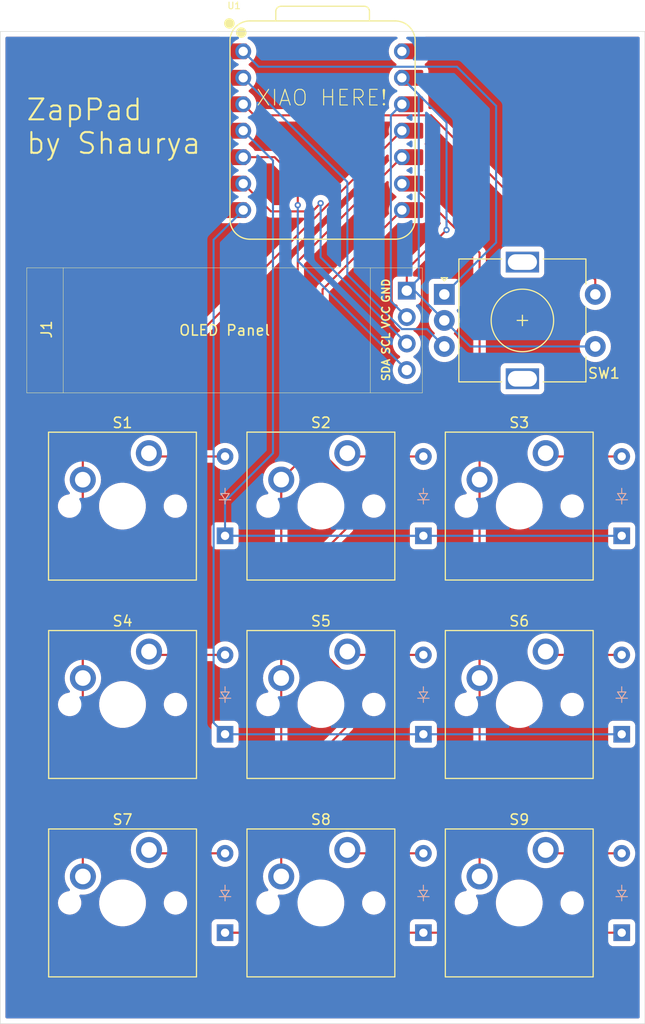
<source format=kicad_pcb>
(kicad_pcb (version 20240108) (generator "pcbnew") (generator_version "8.0")
  (layers (0 "F.Cu" signal) (31 "B.Cu" signal) (34 "B.Paste" user) (35 "F.Paste" user) (36 "B.SilkS" user "B.Silkscreen") (37 "F.SilkS" user "F.Silkscreen") (38 "B.Mask" user) (39 "F.Mask" user) (44 "Edge.Cuts" user))
  (net 0 "")
  (net 1 "Row 0")
  (net 2 "Net-(D1-A)")
  (net 3 "Net-(D2-A)")
  (net 4 "Net-(D3-A)")
  (net 5 "Row 1")
  (net 6 "Net-(D4-A)")
  (net 7 "Net-(D5-A)")
  (net 8 "Net-(D6-A)")
  (net 9 "Net-(D7-A)")
  (net 10 "Row 2")
  (net 11 "Net-(D8-A)")
  (net 12 "Net-(D9-A)")
  (net 13 "Column 0")
  (net 14 "Column 1")
  (net 15 "Column 2")
  (net 16 "Pot Analog 2")
  (net 17 "GND")
  (net 18 "Pot Button 1")
  (net 19 "+3V3")
  (net 20 "SDA Pin")
  (net 21 "Pot Analog 1")
  (net 22 "SCL Pin")
  (net 23 "+5V")
  (footprint "ScottoKeebs_MX:MX_PCB_1.00u" (layer "F.Cu") (at 173.6725 121.76125)
    (property "Reference" "S6" (at 0 -8 0) (layer "F.SilkS"))
    (property "Value" "Keyswitch")
    (fp_line (start -7.1 -7.1) (end -7.1 7.1) (stroke (width 0.12)) (layer "F.SilkS"))
    (fp_line (start -7.1 7.1) (end 7.1 7.1) (stroke (width 0.12)) (layer "F.SilkS"))
    (fp_line (start 7.1 -7.1) (end -7.1 -7.1) (stroke (width 0.12)) (layer "F.SilkS"))
    (fp_line (start 7.1 7.1) (end 7.1 -7.1) (stroke (width 0.12)) (layer "F.SilkS"))
    (pad "" np_thru_hole circle (at -5.08 0) (size 1.75 1.75) (drill 1.75) (layers "*.Cu" "*.Mask"))
    (pad "" np_thru_hole circle (at 0 0) (size 4 4) (drill 4) (layers "*.Cu" "*.Mask"))
    (pad "" np_thru_hole circle (at 5.08 0) (size 1.75 1.75) (drill 1.75) (layers "*.Cu" "*.Mask"))
    (pad "1" thru_hole circle (at -3.81 -2.54) (size 2.5 2.5) (drill 1.5) (layers "*.Cu" "*.Mask") (net 15 "Column 2"))
    (pad "2" thru_hole circle (at 2.54 -5.08) (size 2.5 2.5) (drill 1.5) (layers "*.Cu" "*.Mask") (net 8 "Net-(D6-A)"))
  )
  (footprint "Rotary_Encoder:RotaryEncoder_Alps_EC11E-Switch_Vertical_H20mm" (layer "F.Cu") (at 166.475 82.3875)
    (property "Reference" "SW1" (at 15.33 7.58 0) (layer "F.SilkS"))
    (property "Value" "RotaryEncoder_Switch")
    (fp_line (start -0.3 -1.6) (end 0.3 -1.6) (stroke (width 0.12)) (layer "F.SilkS"))
    (fp_line (start 0 -1.3) (end -0.3 -1.6) (stroke (width 0.12)) (layer "F.SilkS"))
    (fp_line (start 0.3 -1.6) (end 0 -1.3) (stroke (width 0.12)) (layer "F.SilkS"))
    (fp_line (start 1.4 -3.4) (end 1.4 8.4) (stroke (width 0.12)) (layer "F.SilkS"))
    (fp_line (start 5.5 -3.4) (end 1.4 -3.4) (stroke (width 0.12)) (layer "F.SilkS"))
    (fp_line (start 5.5 8.4) (end 1.4 8.4) (stroke (width 0.12)) (layer "F.SilkS"))
    (fp_line (start 7 2.5) (end 8 2.5) (stroke (width 0.12)) (layer "F.SilkS"))
    (fp_line (start 7.5 2) (end 7.5 3) (stroke (width 0.12)) (layer "F.SilkS"))
    (fp_line (start 9.5 -3.4) (end 13.6 -3.4) (stroke (width 0.12)) (layer "F.SilkS"))
    (fp_line (start 13.6 -3.4) (end 13.6 -1) (stroke (width 0.12)) (layer "F.SilkS"))
    (fp_line (start 13.6 1.2) (end 13.6 3.8) (stroke (width 0.12)) (layer "F.SilkS"))
    (fp_line (start 13.6 6) (end 13.6 8.4) (stroke (width 0.12)) (layer "F.SilkS"))
    (fp_line (start 13.6 8.4) (end 9.5 8.4) (stroke (width 0.12)) (layer "F.SilkS"))
    (fp_circle (center 7.5 2.5) (end 10.5 2.5) (stroke (width 0.12)) (fill none) (layer "F.SilkS"))
    (pad "A" thru_hole rect (at 0 0) (size 2 2) (drill 1) (layers "*.Cu" "*.Mask") (net 21 "Pot Analog 1"))
    (pad "B" thru_hole circle (at 0 5) (size 2 2) (drill 1) (layers "*.Cu" "*.Mask") (net 16 "Pot Analog 2"))
    (pad "C" thru_hole circle (at 0 2.5) (size 2 2) (drill 1) (layers "*.Cu" "*.Mask") (net 17 "GND"))
    (pad "MP" thru_hole rect (at 7.5 -3.1) (size 3.2 2) (drill oval 2.8 1.5) (layers "*.Cu" "*.Mask"))
    (pad "MP" thru_hole rect (at 7.5 8.1) (size 3.2 2) (drill oval 2.8 1.5) (layers "*.Cu" "*.Mask"))
    (pad "S1" thru_hole circle (at 14.5 5) (size 2 2) (drill 1) (layers "*.Cu" "*.Mask") (net 17 "GND"))
    (pad "S2" thru_hole circle (at 14.5 0) (size 2 2) (drill 1) (layers "*.Cu" "*.Mask") (net 18 "Pot Button 1"))
  )
  (footprint "ScottoKeebs_MX:MX_PCB_1.00u" (layer "F.Cu") (at 154.6225 102.71125)
    (property "Reference" "S2" (at 0 -8 0) (layer "F.SilkS"))
    (property "Value" "Keyswitch")
    (fp_line (start -7.1 -7.1) (end -7.1 7.1) (stroke (width 0.12)) (layer "F.SilkS"))
    (fp_line (start -7.1 7.1) (end 7.1 7.1) (stroke (width 0.12)) (layer "F.SilkS"))
    (fp_line (start 7.1 -7.1) (end -7.1 -7.1) (stroke (width 0.12)) (layer "F.SilkS"))
    (fp_line (start 7.1 7.1) (end 7.1 -7.1) (stroke (width 0.12)) (layer "F.SilkS"))
    (pad "" np_thru_hole circle (at -5.08 0) (size 1.75 1.75) (drill 1.75) (layers "*.Cu" "*.Mask"))
    (pad "" np_thru_hole circle (at 0 0) (size 4 4) (drill 4) (layers "*.Cu" "*.Mask"))
    (pad "" np_thru_hole circle (at 5.08 0) (size 1.75 1.75) (drill 1.75) (layers "*.Cu" "*.Mask"))
    (pad "1" thru_hole circle (at -3.81 -2.54) (size 2.5 2.5) (drill 1.5) (layers "*.Cu" "*.Mask") (net 14 "Column 1"))
    (pad "2" thru_hole circle (at 2.54 -5.08) (size 2.5 2.5) (drill 1.5) (layers "*.Cu" "*.Mask") (net 3 "Net-(D2-A)"))
  )
  (footprint "ScottoKeebs_MX:MX_PCB_1.00u" (layer "F.Cu") (at 135.56125 102.7175)
    (property "Reference" "S1" (at 0 -8 0) (layer "F.SilkS"))
    (property "Value" "Keyswitch")
    (fp_line (start -7.1 -7.1) (end -7.1 7.1) (stroke (width 0.12)) (layer "F.SilkS"))
    (fp_line (start -7.1 7.1) (end 7.1 7.1) (stroke (width 0.12)) (layer "F.SilkS"))
    (fp_line (start 7.1 -7.1) (end -7.1 -7.1) (stroke (width 0.12)) (layer "F.SilkS"))
    (fp_line (start 7.1 7.1) (end 7.1 -7.1) (stroke (width 0.12)) (layer "F.SilkS"))
    (pad "" np_thru_hole circle (at -5.08 0) (size 1.75 1.75) (drill 1.75) (layers "*.Cu" "*.Mask"))
    (pad "" np_thru_hole circle (at 0 0) (size 4 4) (drill 4) (layers "*.Cu" "*.Mask"))
    (pad "" np_thru_hole circle (at 5.08 0) (size 1.75 1.75) (drill 1.75) (layers "*.Cu" "*.Mask"))
    (pad "1" thru_hole circle (at -3.81 -2.54) (size 2.5 2.5) (drill 1.5) (layers "*.Cu" "*.Mask") (net 13 "Column 0"))
    (pad "2" thru_hole circle (at 2.54 -5.08) (size 2.5 2.5) (drill 1.5) (layers "*.Cu" "*.Mask") (net 2 "Net-(D1-A)"))
  )
  (footprint "Seeed Studio XIAO Series Library:XIAO-RP2040-DIP" (layer "F.Cu") (at 154.78125 66.675)
    (property "Reference" "U1" (at -8.5 -12 0) (layer "F.SilkS") (effects (font (size 0.635 0.635) (thickness 0.1016))))
    (property "Value" "XIAO-RP2040-DIP")
    (fp_line (start -8.89 8.509) (end -8.89 -8.636) (stroke (width 0.127)) (layer "F.SilkS"))
    (fp_line (start -6.985 10.414) (end 6.985 10.414) (stroke (width 0.127)) (layer "F.SilkS"))
    (fp_line (start -4.495 -10.541) (end -4.491272 -11.451272) (stroke (width 0.127)) (layer "F.SilkS"))
    (fp_line (start -3.991272 -11.951) (end 4.004 -11.951) (stroke (width 0.127)) (layer "F.SilkS"))
    (fp_line (start 4.504 -11.451) (end 4.504 -10.541) (stroke (width 0.127)) (layer "F.SilkS"))
    (fp_line (start 6.985 -10.541) (end -6.985 -10.541) (stroke (width 0.1)) (layer "F.SilkS"))
    (fp_line (start 6.985 -10.541) (end -6.985 -10.541) (stroke (width 0.127)) (layer "F.SilkS"))
    (fp_line (start 8.89 8.509) (end 8.89 -8.636) (stroke (width 0.127)) (layer "F.SilkS"))
    (fp_arc (start -8.89 -8.636) (mid -8.332038 -9.983038) (end -6.985 -10.541) (stroke (width 0.127)) (layer "F.SilkS"))
    (fp_arc (start -6.985 10.414) (mid -8.332038 9.856038) (end -8.89 8.509) (stroke (width 0.127)) (layer "F.SilkS"))
    (fp_arc (start -4.491272 -11.451272) (mid -4.344724 -11.804644) (end -3.991272 -11.951) (stroke (width 0.127)) (layer "F.SilkS"))
    (fp_arc (start 4.004 -11.951) (mid 4.357553 -11.804553) (end 4.504 -11.451) (stroke (width 0.127)) (layer "F.SilkS"))
    (fp_arc (start 6.985 -10.541) (mid 8.332038 -9.983038) (end 8.89 -8.636) (stroke (width 0.127)) (layer "F.SilkS"))
    (fp_arc (start 8.89 8.509) (mid 8.332038 9.856038) (end 6.985 10.414) (stroke (width 0.127)) (layer "F.SilkS"))
    (fp_circle (center -8.95 -10.3) (end -8.95 -10.554) (stroke (width 0.5)) (fill solid) (layer "F.SilkS"))
    (fp_circle (center -7.807 -9.42) (end -7.807 -9.674) (stroke (width 0.5)) (fill solid) (layer "F.SilkS"))
    (pad "1" smd roundrect (at -8.455 -7.62 180) (size 2.432 1.524) (layers "F.Cu" "F.Mask") (roundrect_rratio 0.1) (net 21 "Pot Analog 1"))
    (pad "1" thru_hole circle (at -7.62 -7.62 180) (size 1.524 1.524) (drill 0.889) (layers "*.Cu" "*.Mask") (net 21 "Pot Analog 1"))
    (pad "2" smd roundrect (at -8.455 -5.08 180) (size 2.432 1.524) (layers "F.Cu" "F.Mask") (roundrect_rratio 0.1) (net 16 "Pot Analog 2"))
    (pad "2" thru_hole circle (at -7.62 -5.08 180) (size 1.524 1.524) (drill 0.889) (layers "*.Cu" "*.Mask") (net 16 "Pot Analog 2"))
    (pad "3" smd roundrect (at -8.455 -2.54 180) (size 2.432 1.524) (layers "F.Cu" "F.Mask") (roundrect_rratio 0.1) (net 18 "Pot Button 1"))
    (pad "3" thru_hole circle (at -7.62 -2.54 180) (size 1.524 1.524) (drill 0.889) (layers "*.Cu" "*.Mask") (net 18 "Pot Button 1"))
    (pad "4" smd roundrect (at -8.455 0 180) (size 2.432 1.524) (layers "F.Cu" "F.Mask") (roundrect_rratio 0.1) (net 1 "Row 0"))
    (pad "4" thru_hole circle (at -7.62 0 180) (size 1.524 1.524) (drill 0.889) (layers "*.Cu" "*.Mask") (net 1 "Row 0"))
    (pad "5" smd roundrect (at -8.455 2.54 180) (size 2.432 1.524) (layers "F.Cu" "F.Mask") (roundrect_rratio 0.1) (net 20 "SDA Pin"))
    (pad "5" thru_hole circle (at -7.62 2.54 180) (size 1.524 1.524) (drill 0.889) (layers "*.Cu" "*.Mask") (net 20 "SDA Pin"))
    (pad "6" smd roundrect (at -8.455 5.08 180) (size 2.432 1.524) (layers "F.Cu" "F.Mask") (roundrect_rratio 0.1) (net 22 "SCL Pin"))
    (pad "6" thru_hole circle (at -7.62 5.08 180) (size 1.524 1.524) (drill 0.889) (layers "*.Cu" "*.Mask") (net 22 "SCL Pin"))
    (pad "7" smd roundrect (at -8.455 7.62 180) (size 2.432 1.524) (layers "F.Cu" "F.Mask") (roundrect_rratio 0.1) (net 5 "Row 1"))
    (pad "7" thru_hole circle (at -7.62 7.62 180) (size 1.524 1.524) (drill 0.889) (layers "*.Cu" "*.Mask") (net 5 "Row 1"))
    (pad "8" thru_hole circle (at 7.62 7.62) (size 1.524 1.524) (drill 0.889) (layers "*.Cu" "*.Mask") (net 10 "Row 2"))
    (pad "8" smd roundrect (at 8.455 7.62) (size 2.432 1.524) (layers "F.Cu" "F.Mask") (roundrect_rratio 0.1) (net 10 "Row 2"))
    (pad "9" thru_hole circle (at 7.62 5.08) (size 1.524 1.524) (drill 0.889) (layers "*.Cu" "*.Mask") (net 15 "Column 2"))
    (pad "9" smd roundrect (at 8.455 5.08) (size 2.432 1.524) (layers "F.Cu" "F.Mask") (roundrect_rratio 0.1) (net 15 "Column 2"))
    (pad "10" thru_hole circle (at 7.62 2.54) (size 1.524 1.524) (drill 0.889) (layers "*.Cu" "*.Mask") (net 14 "Column 1"))
    (pad "10" smd roundrect (at 8.455 2.54) (size 2.432 1.524) (layers "F.Cu" "F.Mask") (roundrect_rratio 0.1) (net 14 "Column 1"))
    (pad "11" thru_hole circle (at 7.62 0) (size 1.524 1.524) (drill 0.889) (layers "*.Cu" "*.Mask") (net 13 "Column 0"))
    (pad "11" smd roundrect (at 8.455 0) (size 2.432 1.524) (layers "F.Cu" "F.Mask") (roundrect_rratio 0.1) (net 13 "Column 0"))
    (pad "12" thru_hole circle (at 7.62 -2.54) (size 1.524 1.524) (drill 0.889) (layers "*.Cu" "*.Mask") (net 19 "+3V3"))
    (pad "12" smd roundrect (at 8.455 -2.54) (size 2.432 1.524) (layers "F.Cu" "F.Mask") (roundrect_rratio 0.1) (net 19 "+3V3"))
    (pad "13" thru_hole circle (at 7.62 -5.08) (size 1.524 1.524) (drill 0.889) (layers "*.Cu" "*.Mask") (net 17 "GND"))
    (pad "13" smd roundrect (at 8.455 -5.08) (size 2.432 1.524) (layers "F.Cu" "F.Mask") (roundrect_rratio 0.1) (net 17 "GND"))
    (pad "14" thru_hole circle (at 7.62 -7.62) (size 1.524 1.524) (drill 0.889) (layers "*.Cu" "*.Mask") (net 23 "+5V"))
    (pad "14" smd roundrect (at 8.455 -7.62) (size 2.432 1.524) (layers "F.Cu" "F.Mask") (roundrect_rratio 0.1) (net 23 "+5V"))
  )
  (footprint "ScottoKeebs_MX:MX_PCB_1.00u" (layer "F.Cu") (at 135.5725 140.81125)
    (property "Reference" "S7" (at 0 -8 0) (layer "F.SilkS"))
    (property "Value" "Keyswitch")
    (fp_line (start -7.1 -7.1) (end -7.1 7.1) (stroke (width 0.12)) (layer "F.SilkS"))
    (fp_line (start -7.1 7.1) (end 7.1 7.1) (stroke (width 0.12)) (layer "F.SilkS"))
    (fp_line (start 7.1 -7.1) (end -7.1 -7.1) (stroke (width 0.12)) (layer "F.SilkS"))
    (fp_line (start 7.1 7.1) (end 7.1 -7.1) (stroke (width 0.12)) (layer "F.SilkS"))
    (pad "" np_thru_hole circle (at -5.08 0) (size 1.75 1.75) (drill 1.75) (layers "*.Cu" "*.Mask"))
    (pad "" np_thru_hole circle (at 0 0) (size 4 4) (drill 4) (layers "*.Cu" "*.Mask"))
    (pad "" np_thru_hole circle (at 5.08 0) (size 1.75 1.75) (drill 1.75) (layers "*.Cu" "*.Mask"))
    (pad "1" thru_hole circle (at -3.81 -2.54) (size 2.5 2.5) (drill 1.5) (layers "*.Cu" "*.Mask") (net 13 "Column 0"))
    (pad "2" thru_hole circle (at 2.54 -5.08) (size 2.5 2.5) (drill 1.5) (layers "*.Cu" "*.Mask") (net 9 "Net-(D7-A)"))
  )
  (footprint "ScottoKeebs_MX:MX_PCB_1.00u" (layer "F.Cu") (at 135.5725 121.76125)
    (property "Reference" "S4" (at 0 -8 0) (layer "F.SilkS"))
    (property "Value" "Keyswitch")
    (fp_line (start -7.1 -7.1) (end -7.1 7.1) (stroke (width 0.12)) (layer "F.SilkS"))
    (fp_line (start -7.1 7.1) (end 7.1 7.1) (stroke (width 0.12)) (layer "F.SilkS"))
    (fp_line (start 7.1 -7.1) (end -7.1 -7.1) (stroke (width 0.12)) (layer "F.SilkS"))
    (fp_line (start 7.1 7.1) (end 7.1 -7.1) (stroke (width 0.12)) (layer "F.SilkS"))
    (pad "" np_thru_hole circle (at -5.08 0) (size 1.75 1.75) (drill 1.75) (layers "*.Cu" "*.Mask"))
    (pad "" np_thru_hole circle (at 0 0) (size 4 4) (drill 4) (layers "*.Cu" "*.Mask"))
    (pad "" np_thru_hole circle (at 5.08 0) (size 1.75 1.75) (drill 1.75) (layers "*.Cu" "*.Mask"))
    (pad "1" thru_hole circle (at -3.81 -2.54) (size 2.5 2.5) (drill 1.5) (layers "*.Cu" "*.Mask") (net 13 "Column 0"))
    (pad "2" thru_hole circle (at 2.54 -5.08) (size 2.5 2.5) (drill 1.5) (layers "*.Cu" "*.Mask") (net 6 "Net-(D4-A)"))
  )
  (footprint "KiCad-SSD1306-0.91-OLED-4pin-128x32.pretty-master:SSD1306-0.91-OLED-4pin-128x32" (layer "F.Cu") (at 126.37125 79.84)
    (property "Reference" "J1" (at 1.9 5.91 90) (layer "F.SilkS"))
    (property "Value" "Conn_01x04_Pin")
    (fp_line (start 0 0) (end 0 12) (stroke (width 0.04)) (layer "F.SilkS"))
    (fp_line (start 0 12) (end 38 12) (stroke (width 0.04)) (layer "F.SilkS"))
    (fp_line (start 3.5 0) (end 3.5 12) (stroke (width 0.04)) (layer "F.SilkS"))
    (fp_line (start 33 0) (end 33 12) (stroke (width 0.04)) (layer "F.SilkS"))
    (fp_line (start 38 0) (end 0 0) (stroke (width 0.04)) (layer "F.SilkS"))
    (fp_line (start 38 12) (end 38 0) (stroke (width 0.04)) (layer "F.SilkS"))
    (fp_text user "VCC" (at 34.5 4.73 -90) (layer "F.SilkS") (effects (font (size 0.75 0.75))))
    (fp_text user "SDA" (at 34.5 9.81 -90) (layer "F.SilkS") (effects (font (size 0.75 0.75))))
    (fp_text user "OLED Panel" (at 19 6 0) (layer "F.SilkS"))
    (fp_text user "GND" (at 34.5 2.19 -90) (layer "F.SilkS") (effects (font (size 0.75 0.75))))
    (fp_text user "SCL" (at 34.5 7.27 -90) (layer "F.SilkS") (effects (font (size 0.75 0.75))))
    (pad "1" thru_hole rect (at 36.5 2.19) (size 1.7 1.7) (drill 1) (layers "*.Cu" "*.Mask") (net 17 "GND"))
    (pad "2" thru_hole oval (at 36.5 4.73) (size 1.7 1.7) (drill 1) (layers "*.Cu" "*.Mask") (net 19 "+3V3"))
    (pad "3" thru_hole oval (at 36.5 7.27) (size 1.7 1.7) (drill 1) (layers "*.Cu" "*.Mask") (net 22 "SCL Pin"))
    (pad "4" thru_hole oval (at 36.5 9.81) (size 1.7 1.7) (drill 1) (layers "*.Cu" "*.Mask") (net 20 "SDA Pin"))
  )
  (footprint "ScottoKeebs_MX:MX_PCB_1.00u" (layer "F.Cu") (at 173.6725 102.71125)
    (property "Reference" "S3" (at 0 -8 0) (layer "F.SilkS"))
    (property "Value" "Keyswitch")
    (fp_line (start -7.1 -7.1) (end -7.1 7.1) (stroke (width 0.12)) (layer "F.SilkS"))
    (fp_line (start -7.1 7.1) (end 7.1 7.1) (stroke (width 0.12)) (layer "F.SilkS"))
    (fp_line (start 7.1 -7.1) (end -7.1 -7.1) (stroke (width 0.12)) (layer "F.SilkS"))
    (fp_line (start 7.1 7.1) (end 7.1 -7.1) (stroke (width 0.12)) (layer "F.SilkS"))
    (pad "" np_thru_hole circle (at -5.08 0) (size 1.75 1.75) (drill 1.75) (layers "*.Cu" "*.Mask"))
    (pad "" np_thru_hole circle (at 0 0) (size 4 4) (drill 4) (layers "*.Cu" "*.Mask"))
    (pad "" np_thru_hole circle (at 5.08 0) (size 1.75 1.75) (drill 1.75) (layers "*.Cu" "*.Mask"))
    (pad "1" thru_hole circle (at -3.81 -2.54) (size 2.5 2.5) (drill 1.5) (layers "*.Cu" "*.Mask") (net 15 "Column 2"))
    (pad "2" thru_hole circle (at 2.54 -5.08) (size 2.5 2.5) (drill 1.5) (layers "*.Cu" "*.Mask") (net 4 "Net-(D3-A)"))
  )
  (footprint "ScottoKeebs_MX:MX_PCB_1.00u" (layer "F.Cu") (at 154.6225 121.76125)
    (property "Reference" "S5" (at 0 -8 0) (layer "F.SilkS"))
    (property "Value" "Keyswitch")
    (fp_line (start -7.1 -7.1) (end -7.1 7.1) (stroke (width 0.12)) (layer "F.SilkS"))
    (fp_line (start -7.1 7.1) (end 7.1 7.1) (stroke (width 0.12)) (layer "F.SilkS"))
    (fp_line (start 7.1 -7.1) (end -7.1 -7.1) (stroke (width 0.12)) (layer "F.SilkS"))
    (fp_line (start 7.1 7.1) (end 7.1 -7.1) (stroke (width 0.12)) (layer "F.SilkS"))
    (pad "" np_thru_hole circle (at -5.08 0) (size 1.75 1.75) (drill 1.75) (layers "*.Cu" "*.Mask"))
    (pad "" np_thru_hole circle (at 0 0) (size 4 4) (drill 4) (layers "*.Cu" "*.Mask"))
    (pad "" np_thru_hole circle (at 5.08 0) (size 1.75 1.75) (drill 1.75) (layers "*.Cu" "*.Mask"))
    (pad "1" thru_hole circle (at -3.81 -2.54) (size 2.5 2.5) (drill 1.5) (layers "*.Cu" "*.Mask") (net 14 "Column 1"))
    (pad "2" thru_hole circle (at 2.54 -5.08) (size 2.5 2.5) (drill 1.5) (layers "*.Cu" "*.Mask") (net 7 "Net-(D5-A)"))
  )
  (footprint "ScottoKeebs_MX:MX_PCB_1.00u" (layer "F.Cu") (at 173.6725 140.81125)
    (property "Reference" "S9" (at 0 -8 0) (layer "F.SilkS"))
    (property "Value" "Keyswitch")
    (fp_line (start -7.1 -7.1) (end -7.1 7.1) (stroke (width 0.12)) (layer "F.SilkS"))
    (fp_line (start -7.1 7.1) (end 7.1 7.1) (stroke (width 0.12)) (layer "F.SilkS"))
    (fp_line (start 7.1 -7.1) (end -7.1 -7.1) (stroke (width 0.12)) (layer "F.SilkS"))
    (fp_line (start 7.1 7.1) (end 7.1 -7.1) (stroke (width 0.12)) (layer "F.SilkS"))
    (pad "" np_thru_hole circle (at -5.08 0) (size 1.75 1.75) (drill 1.75) (layers "*.Cu" "*.Mask"))
    (pad "" np_thru_hole circle (at 0 0) (size 4 4) (drill 4) (layers "*.Cu" "*.Mask"))
    (pad "" np_thru_hole circle (at 5.08 0) (size 1.75 1.75) (drill 1.75) (layers "*.Cu" "*.Mask"))
    (pad "1" thru_hole circle (at -3.81 -2.54) (size 2.5 2.5) (drill 1.5) (layers "*.Cu" "*.Mask") (net 15 "Column 2"))
    (pad "2" thru_hole circle (at 2.54 -5.08) (size 2.5 2.5) (drill 1.5) (layers "*.Cu" "*.Mask") (net 12 "Net-(D9-A)"))
  )
  (footprint "ScottoKeebs_MX:MX_PCB_1.00u" (layer "F.Cu") (at 154.6225 140.81125)
    (property "Reference" "S8" (at 0 -8 0) (layer "F.SilkS"))
    (property "Value" "Keyswitch")
    (fp_line (start -7.1 -7.1) (end -7.1 7.1) (stroke (width 0.12)) (layer "F.SilkS"))
    (fp_line (start -7.1 7.1) (end 7.1 7.1) (stroke (width 0.12)) (layer "F.SilkS"))
    (fp_line (start 7.1 -7.1) (end -7.1 -7.1) (stroke (width 0.12)) (layer "F.SilkS"))
    (fp_line (start 7.1 7.1) (end 7.1 -7.1) (stroke (width 0.12)) (layer "F.SilkS"))
    (pad "" np_thru_hole circle (at -5.08 0) (size 1.75 1.75) (drill 1.75) (layers "*.Cu" "*.Mask"))
    (pad "" np_thru_hole circle (at 0 0) (size 4 4) (drill 4) (layers "*.Cu" "*.Mask"))
    (pad "" np_thru_hole circle (at 5.08 0) (size 1.75 1.75) (drill 1.75) (layers "*.Cu" "*.Mask"))
    (pad "1" thru_hole circle (at -3.81 -2.54) (size 2.5 2.5) (drill 1.5) (layers "*.Cu" "*.Mask") (net 14 "Column 1"))
    (pad "2" thru_hole circle (at 2.54 -5.08) (size 2.5 2.5) (drill 1.5) (layers "*.Cu" "*.Mask") (net 11 "Net-(D8-A)"))
  )
  (footprint "ScottoKeebs_Components:Diode_DO-35" (layer "B.Cu") (at 145.415 143.66875 90)
    (property "Reference" "D7" (hide yes))
    (property "Value" "Diode" (hide yes))
    (fp_line (start 3.46 -0.55) (end 3.46 0.55) (stroke (width 0.1)) (layer "B.SilkS"))
    (fp_line (start 4.06 -0.4) (end 4.06 0.4) (stroke (width 0.1)) (layer "B.SilkS"))
    (fp_line (start 4.56 0) (end 4.06 0) (stroke (width 0.1)) (layer "B.SilkS"))
    (fp_line (start 3.46 0) (end 4.06 -0.4) (stroke (width 0.1)) (layer "B.SilkS"))
    (fp_line (start 3.46 0) (end 3.06 0) (stroke (width 0.1)) (layer "B.SilkS"))
    (fp_line (start 4.06 0.4) (end 3.46 0) (stroke (width 0.1)) (layer "B.SilkS"))
    (pad "1" thru_hole rect (at 0 0 90) (size 1.6 1.6) (drill 0.8) (layers "*.Cu" "*.Mask") (net 10 "Row 2"))
    (pad "2" thru_hole oval (at 7.62 0 90) (size 1.6 1.6) (drill 0.8) (layers "*.Cu" "*.Mask") (net 9 "Net-(D7-A)"))
  )
  (footprint "ScottoKeebs_Components:Diode_DO-35" (layer "B.Cu") (at 164.465 143.66875 90)
    (property "Reference" "D8" (hide yes))
    (property "Value" "Diode" (hide yes))
    (fp_line (start 3.46 -0.55) (end 3.46 0.55) (stroke (width 0.1)) (layer "B.SilkS"))
    (fp_line (start 4.06 -0.4) (end 4.06 0.4) (stroke (width 0.1)) (layer "B.SilkS"))
    (fp_line (start 4.56 0) (end 4.06 0) (stroke (width 0.1)) (layer "B.SilkS"))
    (fp_line (start 3.46 0) (end 4.06 -0.4) (stroke (width 0.1)) (layer "B.SilkS"))
    (fp_line (start 3.46 0) (end 3.06 0) (stroke (width 0.1)) (layer "B.SilkS"))
    (fp_line (start 4.06 0.4) (end 3.46 0) (stroke (width 0.1)) (layer "B.SilkS"))
    (pad "1" thru_hole rect (at 0 0 90) (size 1.6 1.6) (drill 0.8) (layers "*.Cu" "*.Mask") (net 10 "Row 2"))
    (pad "2" thru_hole oval (at 7.62 0 90) (size 1.6 1.6) (drill 0.8) (layers "*.Cu" "*.Mask") (net 11 "Net-(D8-A)"))
  )
  (footprint "ScottoKeebs_Components:Diode_DO-35" (layer "B.Cu") (at 183.515 105.56875 90)
    (property "Reference" "D3" (hide yes))
    (property "Value" "Diode" (hide yes))
    (fp_line (start 3.46 -0.55) (end 3.46 0.55) (stroke (width 0.1)) (layer "B.SilkS"))
    (fp_line (start 4.06 -0.4) (end 4.06 0.4) (stroke (width 0.1)) (layer "B.SilkS"))
    (fp_line (start 4.56 0) (end 4.06 0) (stroke (width 0.1)) (layer "B.SilkS"))
    (fp_line (start 3.46 0) (end 4.06 -0.4) (stroke (width 0.1)) (layer "B.SilkS"))
    (fp_line (start 3.46 0) (end 3.06 0) (stroke (width 0.1)) (layer "B.SilkS"))
    (fp_line (start 4.06 0.4) (end 3.46 0) (stroke (width 0.1)) (layer "B.SilkS"))
    (pad "1" thru_hole rect (at 0 0 90) (size 1.6 1.6) (drill 0.8) (layers "*.Cu" "*.Mask") (net 1 "Row 0"))
    (pad "2" thru_hole oval (at 7.62 0 90) (size 1.6 1.6) (drill 0.8) (layers "*.Cu" "*.Mask") (net 4 "Net-(D3-A)"))
  )
  (footprint "ScottoKeebs_Components:Diode_DO-35" (layer "B.Cu") (at 164.465 105.56875 90)
    (property "Reference" "D2" (hide yes))
    (property "Value" "Diode" (hide yes))
    (fp_line (start 3.46 -0.55) (end 3.46 0.55) (stroke (width 0.1)) (layer "B.SilkS"))
    (fp_line (start 4.06 -0.4) (end 4.06 0.4) (stroke (width 0.1)) (layer "B.SilkS"))
    (fp_line (start 4.56 0) (end 4.06 0) (stroke (width 0.1)) (layer "B.SilkS"))
    (fp_line (start 3.46 0) (end 4.06 -0.4) (stroke (width 0.1)) (layer "B.SilkS"))
    (fp_line (start 3.46 0) (end 3.06 0) (stroke (width 0.1)) (layer "B.SilkS"))
    (fp_line (start 4.06 0.4) (end 3.46 0) (stroke (width 0.1)) (layer "B.SilkS"))
    (pad "1" thru_hole rect (at 0 0 90) (size 1.6 1.6) (drill 0.8) (layers "*.Cu" "*.Mask") (net 1 "Row 0"))
    (pad "2" thru_hole oval (at 7.62 0 90) (size 1.6 1.6) (drill 0.8) (layers "*.Cu" "*.Mask") (net 3 "Net-(D2-A)"))
  )
  (footprint "ScottoKeebs_Components:Diode_DO-35" (layer "B.Cu") (at 183.515 143.66875 90)
    (property "Reference" "D9" (hide yes))
    (property "Value" "Diode" (hide yes))
    (fp_line (start 3.46 -0.55) (end 3.46 0.55) (stroke (width 0.1)) (layer "B.SilkS"))
    (fp_line (start 4.06 -0.4) (end 4.06 0.4) (stroke (width 0.1)) (layer "B.SilkS"))
    (fp_line (start 4.56 0) (end 4.06 0) (stroke (width 0.1)) (layer "B.SilkS"))
    (fp_line (start 3.46 0) (end 4.06 -0.4) (stroke (width 0.1)) (layer "B.SilkS"))
    (fp_line (start 3.46 0) (end 3.06 0) (stroke (width 0.1)) (layer "B.SilkS"))
    (fp_line (start 4.06 0.4) (end 3.46 0) (stroke (width 0.1)) (layer "B.SilkS"))
    (pad "1" thru_hole rect (at 0 0 90) (size 1.6 1.6) (drill 0.8) (layers "*.Cu" "*.Mask") (net 10 "Row 2"))
    (pad "2" thru_hole oval (at 7.62 0 90) (size 1.6 1.6) (drill 0.8) (layers "*.Cu" "*.Mask") (net 12 "Net-(D9-A)"))
  )
  (footprint "ScottoKeebs_Components:Diode_DO-35" (layer "B.Cu") (at 164.465 124.61875 90)
    (property "Reference" "D5" (hide yes))
    (property "Value" "Diode" (hide yes))
    (fp_line (start 3.46 -0.55) (end 3.46 0.55) (stroke (width 0.1)) (layer "B.SilkS"))
    (fp_line (start 4.06 -0.4) (end 4.06 0.4) (stroke (width 0.1)) (layer "B.SilkS"))
    (fp_line (start 4.56 0) (end 4.06 0) (stroke (width 0.1)) (layer "B.SilkS"))
    (fp_line (start 3.46 0) (end 4.06 -0.4) (stroke (width 0.1)) (layer "B.SilkS"))
    (fp_line (start 3.46 0) (end 3.06 0) (stroke (width 0.1)) (layer "B.SilkS"))
    (fp_line (start 4.06 0.4) (end 3.46 0) (stroke (width 0.1)) (layer "B.SilkS"))
    (pad "1" thru_hole rect (at 0 0 90) (size 1.6 1.6) (drill 0.8) (layers "*.Cu" "*.Mask") (net 5 "Row 1"))
    (pad "2" thru_hole oval (at 7.62 0 90) (size 1.6 1.6) (drill 0.8) (layers "*.Cu" "*.Mask") (net 7 "Net-(D5-A)"))
  )
  (footprint "ScottoKeebs_Components:Diode_DO-35" (layer "B.Cu") (at 183.515 124.61875 90)
    (property "Reference" "D6" (hide yes))
    (property "Value" "Diode" (hide yes))
    (fp_line (start 3.46 -0.55) (end 3.46 0.55) (stroke (width 0.1)) (layer "B.SilkS"))
    (fp_line (start 4.06 -0.4) (end 4.06 0.4) (stroke (width 0.1)) (layer "B.SilkS"))
    (fp_line (start 4.56 0) (end 4.06 0) (stroke (width 0.1)) (layer "B.SilkS"))
    (fp_line (start 3.46 0) (end 4.06 -0.4) (stroke (width 0.1)) (layer "B.SilkS"))
    (fp_line (start 3.46 0) (end 3.06 0) (stroke (width 0.1)) (layer "B.SilkS"))
    (fp_line (start 4.06 0.4) (end 3.46 0) (stroke (width 0.1)) (layer "B.SilkS"))
    (pad "1" thru_hole rect (at 0 0 90) (size 1.6 1.6) (drill 0.8) (layers "*.Cu" "*.Mask") (net 5 "Row 1"))
    (pad "2" thru_hole oval (at 7.62 0 90) (size 1.6 1.6) (drill 0.8) (layers "*.Cu" "*.Mask") (net 8 "Net-(D6-A)"))
  )
  (footprint "ScottoKeebs_Components:Diode_DO-35" (layer "B.Cu") (at 145.415 105.56875 90)
    (property "Reference" "D1" (hide yes))
    (property "Value" "Diode" (hide yes))
    (fp_line (start 3.46 -0.55) (end 3.46 0.55) (stroke (width 0.1)) (layer "B.SilkS"))
    (fp_line (start 4.06 -0.4) (end 4.06 0.4) (stroke (width 0.1)) (layer "B.SilkS"))
    (fp_line (start 4.56 0) (end 4.06 0) (stroke (width 0.1)) (layer "B.SilkS"))
    (fp_line (start 3.46 0) (end 4.06 -0.4) (stroke (width 0.1)) (layer "B.SilkS"))
    (fp_line (start 3.46 0) (end 3.06 0) (stroke (width 0.1)) (layer "B.SilkS"))
    (fp_line (start 4.06 0.4) (end 3.46 0) (stroke (width 0.1)) (layer "B.SilkS"))
    (pad "1" thru_hole rect (at 0 0 90) (size 1.6 1.6) (drill 0.8) (layers "*.Cu" "*.Mask") (net 1 "Row 0"))
    (pad "2" thru_hole oval (at 7.62 0 90) (size 1.6 1.6) (drill 0.8) (layers "*.Cu" "*.Mask") (net 2 "Net-(D1-A)"))
  )
  (footprint "ScottoKeebs_Components:Diode_DO-35" (layer "B.Cu") (at 145.415 124.61875 90)
    (property "Reference" "D4" (hide yes))
    (property "Value" "Diode" (hide yes))
    (fp_line (start 3.46 -0.55) (end 3.46 0.55) (stroke (width 0.1)) (layer "B.SilkS"))
    (fp_line (start 4.06 -0.4) (end 4.06 0.4) (stroke (width 0.1)) (layer "B.SilkS"))
    (fp_line (start 4.56 0) (end 4.06 0) (stroke (width 0.1)) (layer "B.SilkS"))
    (fp_line (start 3.46 0) (end 4.06 -0.4) (stroke (width 0.1)) (layer "B.SilkS"))
    (fp_line (start 3.46 0) (end 3.06 0) (stroke (width 0.1)) (layer "B.SilkS"))
    (fp_line (start 4.06 0.4) (end 3.46 0) (stroke (width 0.1)) (layer "B.SilkS"))
    (pad "1" thru_hole rect (at 0 0 90) (size 1.6 1.6) (drill 0.8) (layers "*.Cu" "*.Mask") (net 5 "Row 1"))
    (pad "2" thru_hole oval (at 7.62 0 90) (size 1.6 1.6) (drill 0.8) (layers "*.Cu" "*.Mask") (net 6 "Net-(D4-A)"))
  )
  (gr_rect (start 123.825 57.15) (end 185.7375 152.4) (stroke (width 0.05)) (fill none) (layer "Edge.Cuts"))
  (gr_text "ZapPad \nby Shaurya" (at 126.20625 69.05625 0) (layer "F.SilkS") (effects (font (size 2 2) (thickness 0.2)) (justify left bottom)))
  (gr_text "XIAO HERE!" (at 148.32 64.39 0) (layer "F.SilkS") (effects (font (size 1.5 1.5) (thickness 0.1)) (justify left bottom)))
  (segment (start 150.01875 97.63125) (end 150.01875 69.5325) (width 0.2) (layer "B.Cu") (net 1))
  (segment (start 145.415 102.235) (end 150.01875 97.63125) (width 0.2) (layer "B.Cu") (net 1))
  (segment (start 150.01875 69.5325) (end 147.16125 66.675) (width 0.2) (layer "B.Cu") (net 1))
  (segment (start 145.415 105.56875) (end 164.465 105.56875) (width 0.2) (layer "B.Cu") (net 1))
  (segment (start 145.415 105.56875) (end 145.415 102.235) (width 0.2) (layer "B.Cu") (net 1))
  (segment (start 145.415 105.56875) (end 183.515 105.56875) (width 0.2) (layer "B.Cu") (net 1))
  (segment (start 145.415 97.94875) (end 138.4125 97.94875) (width 0.2) (layer "F.Cu") (net 2))
  (segment (start 138.4125 97.94875) (end 138.10125 97.6375) (width 0.2) (layer "F.Cu") (net 2))
  (segment (start 157.48 97.94875) (end 157.1625 97.63125) (width 0.2) (layer "F.Cu") (net 3))
  (segment (start 164.465 97.94875) (end 157.48 97.94875) (width 0.2) (layer "F.Cu") (net 3))
  (segment (start 183.515 97.94875) (end 176.53 97.94875) (width 0.2) (layer "F.Cu") (net 4))
  (segment (start 176.53 97.94875) (end 176.2125 97.63125) (width 0.2) (layer "F.Cu") (net 4))
  (segment (start 144.315 123.51875) (end 144.315 77.14125) (width 0.2) (layer "B.Cu") (net 5))
  (segment (start 144.315 77.14125) (end 147.16125 74.295) (width 0.2) (layer "B.Cu") (net 5))
  (segment (start 145.415 124.61875) (end 183.515 124.61875) (width 0.2) (layer "B.Cu") (net 5))
  (segment (start 145.415 124.61875) (end 144.315 123.51875) (width 0.2) (layer "B.Cu") (net 5))
  (segment (start 138.43 116.99875) (end 138.1125 116.68125) (width 0.2) (layer "F.Cu") (net 6))
  (segment (start 145.415 116.99875) (end 138.43 116.99875) (width 0.2) (layer "F.Cu") (net 6))
  (segment (start 164.465 116.99875) (end 157.48 116.99875) (width 0.2) (layer "F.Cu") (net 7))
  (segment (start 157.48 116.99875) (end 157.1625 116.68125) (width 0.2) (layer "F.Cu") (net 7))
  (segment (start 183.515 116.99875) (end 176.53 116.99875) (width 0.2) (layer "F.Cu") (net 8))
  (segment (start 176.53 116.99875) (end 176.2125 116.68125) (width 0.2) (layer "F.Cu") (net 8))
  (segment (start 145.415 136.04875) (end 138.43 136.04875) (width 0.2) (layer "F.Cu") (net 9))
  (segment (start 138.43 136.04875) (end 138.1125 135.73125) (width 0.2) (layer "F.Cu") (net 9))
  (segment (start 157.1625 123.825) (end 157.1625 119.0625) (width 0.2) (layer "F.Cu") (net 10))
  (segment (start 154.78125 137.329098) (end 154.78125 126.20625) (width 0.2) (layer "F.Cu") (net 10))
  (segment (start 154.78125 81.915) (end 162.40125 74.295) (width 0.2) (layer "F.Cu") (net 10))
  (segment (start 148.441598 143.66875) (end 154.78125 137.329098) (width 0.2) (layer "F.Cu") (net 10))
  (segment (start 145.415 143.66875) (end 148.441598 143.66875) (width 0.2) (layer "F.Cu") (net 10))
  (segment (start 154.78125 97.63125) (end 154.78125 81.915) (width 0.2) (layer "F.Cu") (net 10))
  (segment (start 154.78125 107.15625) (end 157.1625 104.775) (width 0.2) (layer "F.Cu") (net 10))
  (segment (start 157.1625 100.0125) (end 154.78125 97.63125) (width 0.2) (layer "F.Cu") (net 10))
  (segment (start 145.415 143.66875) (end 183.515 143.66875) (width 0.2) (layer "F.Cu") (net 10))
  (segment (start 157.1625 119.0625) (end 154.78125 116.68125) (width 0.2) (layer "F.Cu") (net 10))
  (segment (start 154.78125 126.20625) (end 157.1625 123.825) (width 0.2) (layer "F.Cu") (net 10))
  (segment (start 157.1625 104.775) (end 157.1625 100.0125) (width 0.2) (layer "F.Cu") (net 10))
  (segment (start 154.78125 116.68125) (end 154.78125 107.15625) (width 0.2) (layer "F.Cu") (net 10))
  (segment (start 164.465 136.04875) (end 157.48 136.04875) (width 0.2) (layer "F.Cu") (net 11))
  (segment (start 157.48 136.04875) (end 157.1625 135.73125) (width 0.2) (layer "F.Cu") (net 11))
  (segment (start 176.53 136.04875) (end 176.2125 135.73125) (width 0.2) (layer "F.Cu") (net 12))
  (segment (start 183.515 136.04875) (end 176.53 136.04875) (width 0.2) (layer "F.Cu") (net 12))
  (segment (start 131.75125 100.1775) (end 131.75125 97.325) (width 0.2) (layer "F.Cu") (net 13))
  (segment (start 131.75125 100.1775) (end 131.75125 119.21) (width 0.2) (layer "F.Cu") (net 13))
  (segment (start 131.75125 97.325) (end 162.40125 66.675) (width 0.2) (layer "F.Cu") (net 13))
  (segment (start 131.75125 119.21) (end 131.7625 119.22125) (width 0.2) (layer "F.Cu") (net 13))
  (segment (start 131.75125 100.1775) (end 131.75125 138.26) (width 0.2) (layer "F.Cu") (net 13))
  (segment (start 131.75125 138.26) (end 131.7625 138.27125) (width 0.2) (layer "F.Cu") (net 13))
  (segment (start 150.8125 100.17125) (end 150.8125 119.22125) (width 0.2) (layer "F.Cu") (net 14))
  (segment (start 152.4 98.58375) (end 152.4 79.21625) (width 0.2) (layer "F.Cu") (net 14))
  (segment (start 150.8125 100.17125) (end 152.4 98.58375) (width 0.2) (layer "F.Cu") (net 14))
  (segment (start 152.4 79.21625) (end 162.40125 69.215) (width 0.2) (layer "F.Cu") (net 14))
  (segment (start 150.8125 100.17125) (end 150.8125 138.27125) (width 0.2) (layer "F.Cu") (net 14))
  (segment (start 169.8625 100.17125) (end 169.8625 78.38125) (width 0.2) (layer "F.Cu") (net 15))
  (segment (start 169.8625 78.38125) (end 163.23625 71.755) (width 0.2) (layer "F.Cu") (net 15))
  (segment (start 169.8625 100.17125) (end 169.8625 119.22125) (width 0.2) (layer "F.Cu") (net 15))
  (segment (start 169.8625 100.17125) (end 169.8625 138.27125) (width 0.2) (layer "F.Cu") (net 15))
  (segment (start 157.1625 80.487596) (end 157.1625 71.59625) (width 0.2) (layer "B.Cu") (net 16))
  (segment (start 164.8075 85.72) (end 162.394904 85.72) (width 0.2) (layer "B.Cu") (net 16))
  (segment (start 162.394904 85.72) (end 157.1625 80.487596) (width 0.2) (layer "B.Cu") (net 16))
  (segment (start 166.475 87.3875) (end 164.8075 85.72) (width 0.2) (layer "B.Cu") (net 16))
  (segment (start 157.1625 71.59625) (end 147.16125 61.595) (width 0.2) (layer "B.Cu") (net 16))
  (segment (start 162.87125 82.03) (end 162.87125 80.01625) (width 0.2) (layer "F.Cu") (net 17))
  (segment (start 162.87125 80.01625) (end 166.6875 76.2) (width 0.2) (layer "F.Cu") (net 17))
  (via (at 166.6875 76.2) (size 0.6) (drill 0.3) (layers "F.Cu" "B.Cu") (net 17))
  (segment (start 162.87125 82.03) (end 164.02125 80.88) (width 0.2) (layer "B.Cu") (net 17))
  (segment (start 163.6175 82.03) (end 162.87125 82.03) (width 0.2) (layer "B.Cu") (net 17))
  (segment (start 164.02125 80.88) (end 164.02125 63.215) (width 0.2) (layer "B.Cu") (net 17))
  (segment (start 164.02125 63.215) (end 162.40125 61.595) (width 0.2) (layer "B.Cu") (net 17))
  (segment (start 180.975 87.3875) (end 168.975 87.3875) (width 0.2) (layer "B.Cu") (net 17))
  (segment (start 166.475 84.8875) (end 163.6175 82.03) (width 0.2) (layer "B.Cu") (net 17))
  (segment (start 166.6875 76.2) (end 166.6875 65.88125) (width 0.2) (layer "B.Cu") (net 17))
  (segment (start 166.6875 65.88125) (end 162.40125 61.595) (width 0.2) (layer "B.Cu") (net 17))
  (segment (start 168.975 87.3875) (end 166.475 84.8875) (width 0.2) (layer "B.Cu") (net 17))
  (segment (start 180.975 80.973287) (end 165.198713 65.197) (width 0.2) (layer "F.Cu") (net 18))
  (segment (start 148.22325 65.197) (end 147.16125 64.135) (width 0.2) (layer "F.Cu") (net 18))
  (segment (start 180.975 82.3875) (end 180.975 80.973287) (width 0.2) (layer "F.Cu") (net 18))
  (segment (start 165.198713 65.197) (end 148.22325 65.197) (width 0.2) (layer "F.Cu") (net 18))
  (segment (start 161.33925 65.197) (end 162.40125 64.135) (width 0.2) (layer "B.Cu") (net 19))
  (segment (start 161.33925 83.038) (end 161.33925 65.197) (width 0.2) (layer "B.Cu") (net 19))
  (segment (start 162.87125 84.57) (end 161.33925 83.038) (width 0.2) (layer "B.Cu") (net 19))
  (segment (start 150.1775 69.215) (end 147.16125 69.215) (width 0.2) (layer "F.Cu") (net 20))
  (segment (start 152.4 71.4375) (end 150.1775 69.215) (width 0.2) (layer "F.Cu") (net 20))
  (segment (start 152.4 73.81875) (end 152.4 71.4375) (width 0.2) (layer "F.Cu") (net 20))
  (via (at 152.4 73.81875) (size 0.6) (drill 0.3) (layers "F.Cu" "B.Cu") (net 20))
  (segment (start 162.87125 89.65) (end 152.4 79.17875) (width 0.2) (layer "B.Cu") (net 20))
  (segment (start 152.4 79.17875) (end 152.4 73.81875) (width 0.2) (layer "B.Cu") (net 20))
  (segment (start 148.63925 60.533) (end 147.16125 59.055) (width 0.2) (layer "B.Cu") (net 21))
  (segment (start 167.68925 60.533) (end 148.63925 60.533) (width 0.2) (layer "B.Cu") (net 21))
  (segment (start 171.45 64.29375) (end 167.68925 60.533) (width 0.2) (layer "B.Cu") (net 21))
  (segment (start 171.45 77.4125) (end 171.45 64.29375) (width 0.2) (layer "B.Cu") (net 21))
  (segment (start 166.475 82.3875) (end 171.45 77.4125) (width 0.2) (layer "B.Cu") (net 21))
  (segment (start 149.825 74.41875) (end 147.16125 71.755) (width 0.2) (layer "F.Cu") (net 22))
  (segment (start 154.59511 73.63261) (end 153.80897 74.41875) (width 0.2) (layer "F.Cu") (net 22))
  (segment (start 153.80897 74.41875) (end 149.825 74.41875) (width 0.2) (layer "F.Cu") (net 22))
  (via (at 154.59511 73.63261) (size 0.6) (drill 0.3) (layers "F.Cu" "B.Cu") (net 22))
  (segment (start 162.87125 87.11) (end 154.59511 78.83386) (width 0.2) (layer "B.Cu") (net 22))
  (segment (start 154.59511 78.83386) (end 154.59511 73.63261) (width 0.2) (layer "B.Cu") (net 22))
  (zone (net 0) (net_name "") (layers "F&B.Cu") (connect_pads (clearance 0.5)) (min_thickness 0.25) (fill yes (thermal_gap 0.5) (thermal_bridge_width 0.5) (island_removal_mode 1) (island_area_min 10))
    (polygon (pts (xy 123.825 57.15) (xy 123.825 152.4) (xy 185.7375 152.4) (xy 185.7375 57.15)))
  )
)
</source>
